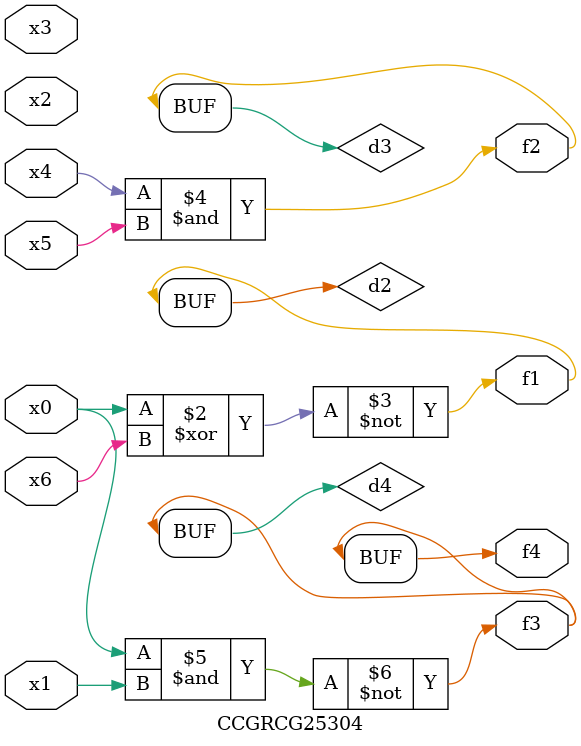
<source format=v>
module CCGRCG25304(
	input x0, x1, x2, x3, x4, x5, x6,
	output f1, f2, f3, f4
);

	wire d1, d2, d3, d4;

	nor (d1, x0);
	xnor (d2, x0, x6);
	and (d3, x4, x5);
	nand (d4, x0, x1);
	assign f1 = d2;
	assign f2 = d3;
	assign f3 = d4;
	assign f4 = d4;
endmodule

</source>
